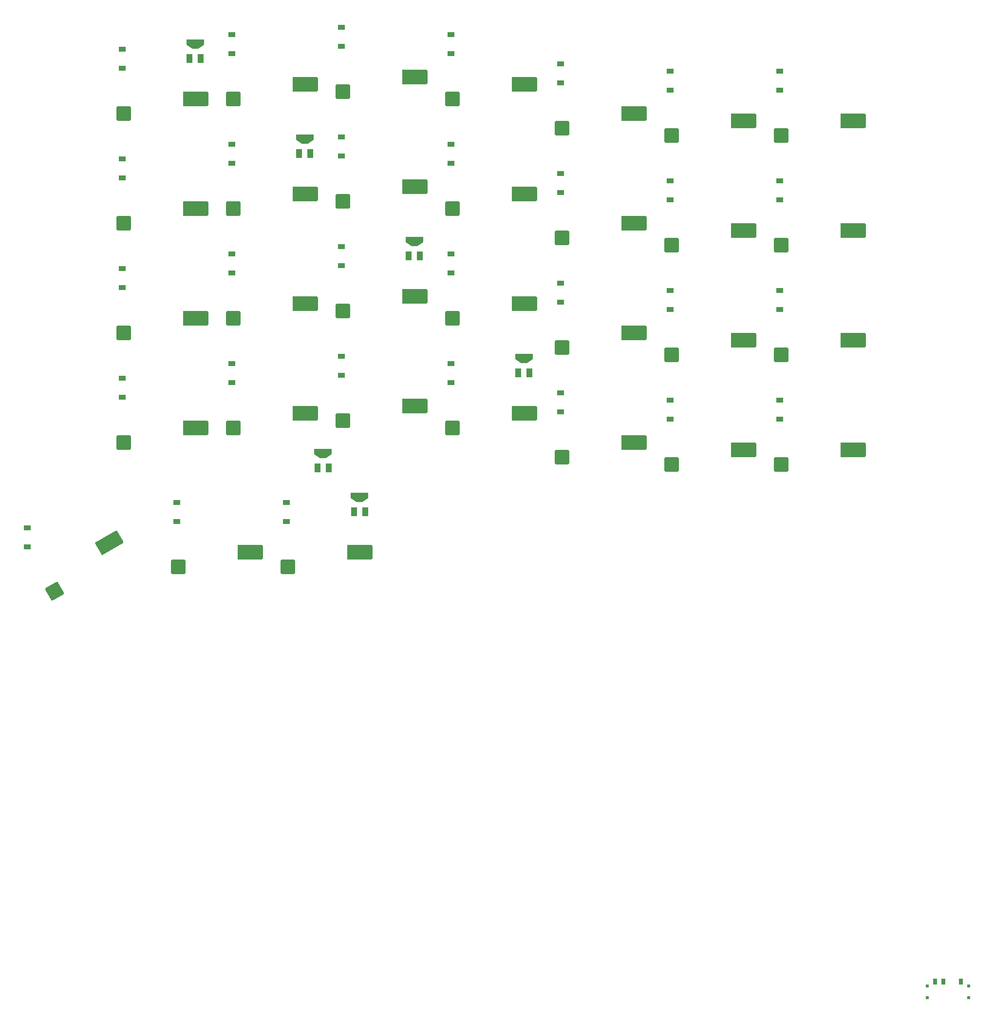
<source format=gbr>
%TF.GenerationSoftware,KiCad,Pcbnew,(6.0.7-1)-1*%
%TF.CreationDate,2023-01-14T16:38:51+08:00*%
%TF.ProjectId,prelude,7072656c-7564-4652-9e6b-696361645f70,rev?*%
%TF.SameCoordinates,Original*%
%TF.FileFunction,Paste,Bot*%
%TF.FilePolarity,Positive*%
%FSLAX46Y46*%
G04 Gerber Fmt 4.6, Leading zero omitted, Abs format (unit mm)*
G04 Created by KiCad (PCBNEW (6.0.7-1)-1) date 2023-01-14 16:38:51*
%MOMM*%
%LPD*%
G01*
G04 APERTURE LIST*
G04 Aperture macros list*
%AMRoundRect*
0 Rectangle with rounded corners*
0 $1 Rounding radius*
0 $2 $3 $4 $5 $6 $7 $8 $9 X,Y pos of 4 corners*
0 Add a 4 corners polygon primitive as box body*
4,1,4,$2,$3,$4,$5,$6,$7,$8,$9,$2,$3,0*
0 Add four circle primitives for the rounded corners*
1,1,$1+$1,$2,$3*
1,1,$1+$1,$4,$5*
1,1,$1+$1,$6,$7*
1,1,$1+$1,$8,$9*
0 Add four rect primitives between the rounded corners*
20,1,$1+$1,$2,$3,$4,$5,0*
20,1,$1+$1,$4,$5,$6,$7,0*
20,1,$1+$1,$6,$7,$8,$9,0*
20,1,$1+$1,$8,$9,$2,$3,0*%
%AMRotRect*
0 Rectangle, with rotation*
0 The origin of the aperture is its center*
0 $1 length*
0 $2 width*
0 $3 Rotation angle, in degrees counterclockwise*
0 Add horizontal line*
21,1,$1,$2,0,0,$3*%
%AMFreePoly0*
4,1,27,0.669380,1.507580,0.673100,1.498600,0.673100,-1.498600,0.669380,-1.507580,0.660400,-1.511300,-0.254000,-1.511300,-0.255209,-1.510799,-0.256491,-1.511053,-0.259564,-1.508995,-0.262980,-1.507580,-0.263480,-1.506373,-0.264567,-1.505645,-0.924967,-0.515045,-0.925685,-0.511417,-0.927100,-0.508000,-0.927100,0.508000,-0.925685,0.511417,-0.924967,0.515045,-0.264567,1.505645,-0.263480,1.506373,
-0.262980,1.507580,-0.259564,1.508995,-0.256491,1.511053,-0.255209,1.510799,-0.254000,1.511300,0.660400,1.511300,0.669380,1.507580,0.669380,1.507580,$1*%
G04 Aperture macros list end*
%ADD10RoundRect,0.250000X1.025000X1.000000X-1.025000X1.000000X-1.025000X-1.000000X1.025000X-1.000000X0*%
%ADD11R,2.550000X2.500000*%
%ADD12RoundRect,0.250000X0.387676X1.378525X-1.387676X0.353525X-0.387676X-1.378525X1.387676X-0.353525X0*%
%ADD13RotRect,2.550000X2.500000X210.000000*%
%ADD14R,1.200000X0.900000*%
%ADD15R,1.041400X1.524000*%
%ADD16FreePoly0,90.000000*%
%ADD17R,0.800000X1.000000*%
%ADD18R,0.600000X0.600000*%
G04 APERTURE END LIST*
D10*
%TO.C,SWR4-2*%
X-59315000Y-33655000D03*
D11*
X-61165000Y-33655000D03*
D10*
X-72765000Y-36195000D03*
%TD*%
%TO.C,SWR2-4*%
X-97415000Y-46355000D03*
D11*
X-99265000Y-46355000D03*
D10*
X-110865000Y-48895000D03*
%TD*%
%TO.C,SWR5-2*%
X-40265000Y-34925000D03*
D11*
X-42115000Y-34925000D03*
D10*
X-53715000Y-37465000D03*
%TD*%
%TO.C,SWR1-0*%
X-116465000Y9525000D03*
D11*
X-118315000Y9525000D03*
D10*
X-129915000Y6985000D03*
%TD*%
%TO.C,SWR4-3*%
X-72765000Y-55245000D03*
D11*
X-61165000Y-52705000D03*
D10*
X-59315000Y-52705000D03*
%TD*%
D12*
%TO.C,SWR0-5*%
X-150623695Y-69648867D03*
D13*
X-152225842Y-70573867D03*
D12*
X-161001737Y-78573571D03*
%TD*%
D10*
%TO.C,SWR5-3*%
X-40265000Y-53975000D03*
D11*
X-42115000Y-53975000D03*
D10*
X-53715000Y-56515000D03*
%TD*%
%TO.C,SWR3-2*%
X-78365000Y-28575000D03*
D11*
X-80215000Y-28575000D03*
D10*
X-91815000Y-31115000D03*
%TD*%
%TO.C,SWR2-0*%
X-97415000Y10795000D03*
D11*
X-99265000Y10795000D03*
D10*
X-110865000Y8255000D03*
%TD*%
%TO.C,SWR6-0*%
X-21215000Y3175000D03*
D11*
X-23065000Y3175000D03*
D10*
X-34665000Y635000D03*
%TD*%
%TO.C,SWR0-4*%
X-135515000Y-50165000D03*
D11*
X-137365000Y-50165000D03*
D10*
X-148965000Y-52705000D03*
%TD*%
%TO.C,SWR1-2*%
X-116465000Y-9525000D03*
D11*
X-118315000Y-9525000D03*
D10*
X-129915000Y-12065000D03*
%TD*%
%TO.C,SWR5-0*%
X-40265000Y3175000D03*
D11*
X-42115000Y3175000D03*
D10*
X-53715000Y635000D03*
%TD*%
%TO.C,SWR2-5*%
X-106940000Y-71755000D03*
D11*
X-108790000Y-71755000D03*
D10*
X-120390000Y-74295000D03*
%TD*%
%TO.C,SWR4-0*%
X-59315000Y4445000D03*
D11*
X-61165000Y4445000D03*
D10*
X-72765000Y1905000D03*
%TD*%
%TO.C,SWR1-5*%
X-125990000Y-71755000D03*
D11*
X-127840000Y-71755000D03*
D10*
X-139440000Y-74295000D03*
%TD*%
%TO.C,SWR0-3*%
X-135515000Y-31115000D03*
D11*
X-137365000Y-31115000D03*
D10*
X-148965000Y-33655000D03*
%TD*%
%TO.C,SWR6-1*%
X-21215000Y-15875000D03*
D11*
X-23065000Y-15875000D03*
D10*
X-34665000Y-18415000D03*
%TD*%
%TO.C,SWR3-4*%
X-78365000Y-47625000D03*
D11*
X-80215000Y-47625000D03*
D10*
X-91815000Y-50165000D03*
%TD*%
%TO.C,SWR5-1*%
X-40265000Y-15875000D03*
D11*
X-42115000Y-15875000D03*
D10*
X-53715000Y-18415000D03*
%TD*%
%TO.C,SWR3-1*%
X-78365000Y-9525000D03*
D11*
X-80215000Y-9525000D03*
D10*
X-91815000Y-12065000D03*
%TD*%
%TO.C,SWR0-2*%
X-135515000Y-12065000D03*
D11*
X-137365000Y-12065000D03*
D10*
X-148965000Y-14605000D03*
%TD*%
%TO.C,SWR2-3*%
X-97415000Y-27305000D03*
D11*
X-99265000Y-27305000D03*
D10*
X-110865000Y-29845000D03*
%TD*%
%TO.C,SWR6-3*%
X-21215000Y-53975000D03*
D11*
X-23065000Y-53975000D03*
D10*
X-34665000Y-56515000D03*
%TD*%
%TO.C,SWR3-0*%
X-78365000Y9525000D03*
D11*
X-80215000Y9525000D03*
D10*
X-91815000Y6985000D03*
%TD*%
%TO.C,SWR4-1*%
X-59315000Y-14605000D03*
D11*
X-61165000Y-14605000D03*
D10*
X-72765000Y-17145000D03*
%TD*%
%TO.C,SWR1-3*%
X-116465000Y-28575000D03*
D11*
X-118315000Y-28575000D03*
D10*
X-129915000Y-31115000D03*
%TD*%
%TO.C,SWR2-1*%
X-97415000Y-8255000D03*
D11*
X-99265000Y-8255000D03*
D10*
X-110865000Y-10795000D03*
%TD*%
%TO.C,SWR1-4*%
X-116465000Y-47625000D03*
D11*
X-118315000Y-47625000D03*
D10*
X-129915000Y-50165000D03*
%TD*%
%TO.C,SWR6-2*%
X-21215000Y-34925000D03*
D11*
X-23065000Y-34925000D03*
D10*
X-34665000Y-37465000D03*
%TD*%
%TO.C,SWR0-1*%
X-135515000Y6985000D03*
D11*
X-137365000Y6985000D03*
D10*
X-148965000Y4445000D03*
%TD*%
D14*
%TO.C,D30*%
X-73025000Y-25020000D03*
X-73025000Y-28320000D03*
%TD*%
%TO.C,D2*%
X-149225000Y-3430000D03*
X-149225000Y-6730000D03*
%TD*%
%TO.C,D7*%
X-130175000Y18160000D03*
X-130175000Y14860000D03*
%TD*%
%TO.C,D21*%
X-92075000Y18160000D03*
X-92075000Y14860000D03*
%TD*%
%TO.C,D9*%
X-130175000Y-890000D03*
X-130175000Y-4190000D03*
%TD*%
%TO.C,D17*%
X-111125000Y-18670000D03*
X-111125000Y-21970000D03*
%TD*%
%TO.C,D22*%
X-92075000Y-890000D03*
X-92075000Y-4190000D03*
%TD*%
%TO.C,D35*%
X-53975000Y11810000D03*
X-53975000Y8510000D03*
%TD*%
%TO.C,D36*%
X-53975000Y-7240000D03*
X-53975000Y-10540000D03*
%TD*%
%TO.C,D19*%
X-120650000Y-63120000D03*
X-120650000Y-66420000D03*
%TD*%
%TO.C,D59*%
X-34925000Y-7240000D03*
X-34925000Y-10540000D03*
%TD*%
%TO.C,D0*%
X-34925000Y11810000D03*
X-34925000Y8510000D03*
%TD*%
%TO.C,D61*%
X-53975000Y-45340000D03*
X-53975000Y-48640000D03*
%TD*%
%TO.C,D18*%
X-111125000Y-37720000D03*
X-111125000Y-41020000D03*
%TD*%
%TO.C,D11*%
X-130175000Y-38990000D03*
X-130175000Y-42290000D03*
%TD*%
%TO.C,D29*%
X-73025000Y-5970000D03*
X-73025000Y-9270000D03*
%TD*%
%TO.C,D31*%
X-73025000Y-44070000D03*
X-73025000Y-47370000D03*
%TD*%
%TO.C,D37*%
X-53975000Y-26290000D03*
X-53975000Y-29590000D03*
%TD*%
%TO.C,D3*%
X-149225000Y-22480000D03*
X-149225000Y-25780000D03*
%TD*%
%TO.C,D62*%
X-34925000Y-45340000D03*
X-34925000Y-48640000D03*
%TD*%
%TO.C,D23*%
X-92075000Y-19940000D03*
X-92075000Y-23240000D03*
%TD*%
%TO.C,D12*%
X-139700000Y-63120000D03*
X-139700000Y-66420000D03*
%TD*%
%TO.C,D1*%
X-149225000Y15620000D03*
X-149225000Y12320000D03*
%TD*%
%TO.C,D10*%
X-130175000Y-19940000D03*
X-130175000Y-23240000D03*
%TD*%
%TO.C,D28*%
X-73025000Y13080000D03*
X-73025000Y9780000D03*
%TD*%
%TO.C,D5*%
X-165735000Y-67565000D03*
X-165735000Y-70865000D03*
%TD*%
%TO.C,D25*%
X-92075000Y-38990000D03*
X-92075000Y-42290000D03*
%TD*%
%TO.C,D60*%
X-34925000Y-26290000D03*
X-34925000Y-29590000D03*
%TD*%
%TO.C,D14*%
X-111125000Y19430000D03*
X-111125000Y16130000D03*
%TD*%
%TO.C,D4*%
X-149225000Y-41530000D03*
X-149225000Y-44830000D03*
%TD*%
%TO.C,D15*%
X-111125000Y380000D03*
X-111125000Y-2920000D03*
%TD*%
D15*
%TO.C,Dx8*%
X-118452900Y-2540000D03*
X-116497100Y-2540000D03*
D16*
X-117475000Y88900D03*
%TD*%
D15*
%TO.C,Dx9*%
X-99402900Y-20320000D03*
X-97447100Y-20320000D03*
D16*
X-98425000Y-17691100D03*
%TD*%
D15*
%TO.C,Dx7*%
X-137502900Y13970000D03*
X-135547100Y13970000D03*
D16*
X-136525000Y16598900D03*
%TD*%
D15*
%TO.C,Dx12*%
X-108927900Y-64770000D03*
X-106972100Y-64770000D03*
D16*
X-107950000Y-62141100D03*
%TD*%
D15*
%TO.C,Dx10*%
X-80352900Y-40640000D03*
X-78397100Y-40640000D03*
D16*
X-79375000Y-38011100D03*
%TD*%
D15*
%TO.C,Dx11*%
X-115277900Y-57150000D03*
X-113322100Y-57150000D03*
D16*
X-114300000Y-54521100D03*
%TD*%
D17*
%TO.C,Tog0*%
X-7915000Y-146372500D03*
X-6415000Y-146372500D03*
X-3415000Y-146372500D03*
D18*
X-2065000Y-147172500D03*
X-9265000Y-147172500D03*
X-2065000Y-149212500D03*
X-9265000Y-149212500D03*
%TD*%
M02*

</source>
